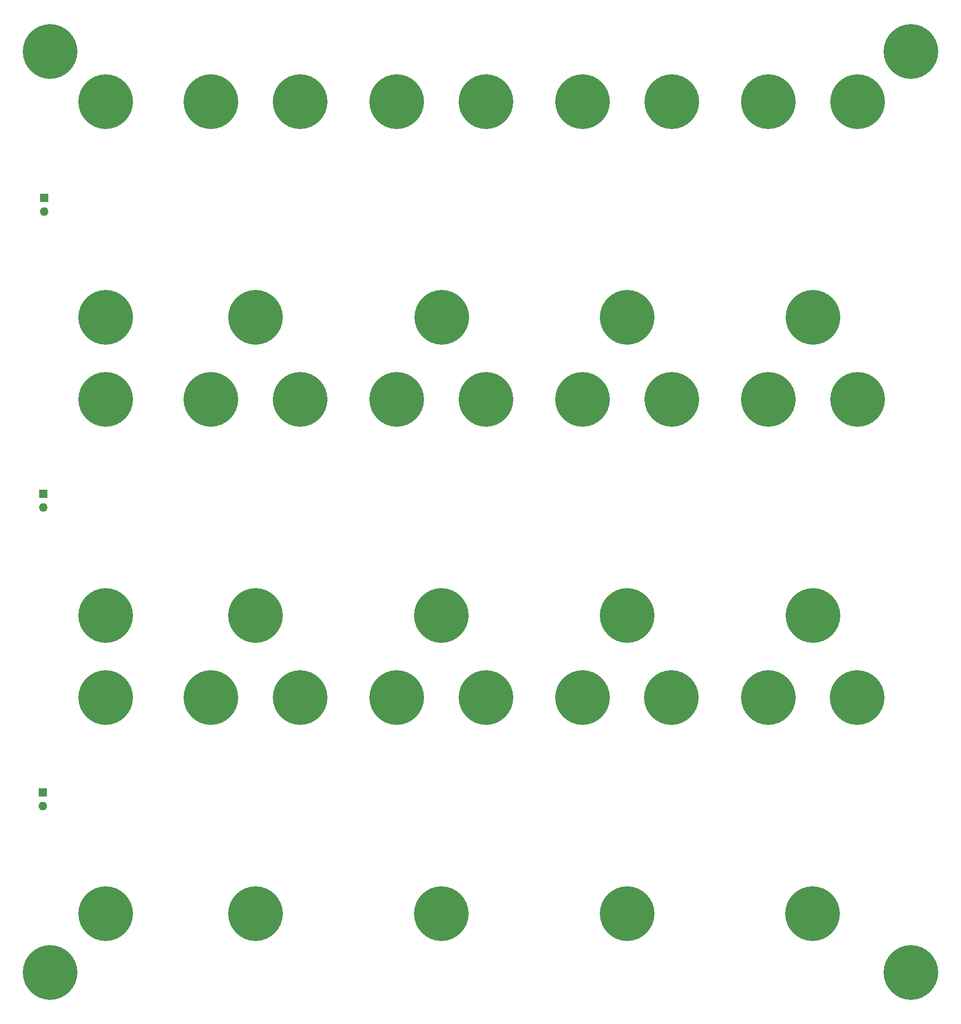
<source format=gbr>
%TF.GenerationSoftware,KiCad,Pcbnew,(5.1.9)-1*%
%TF.CreationDate,2021-07-24T23:41:22+02:00*%
%TF.ProjectId,RelayControls-HPK,52656c61-7943-46f6-9e74-726f6c732d48,V0.1*%
%TF.SameCoordinates,Original*%
%TF.FileFunction,Soldermask,Bot*%
%TF.FilePolarity,Negative*%
%FSLAX46Y46*%
G04 Gerber Fmt 4.6, Leading zero omitted, Abs format (unit mm)*
G04 Created by KiCad (PCBNEW (5.1.9)-1) date 2021-07-24 23:41:22*
%MOMM*%
%LPD*%
G01*
G04 APERTURE LIST*
%ADD10R,1.600000X1.600000*%
%ADD11O,1.600000X1.600000*%
%ADD12C,10.160000*%
G04 APERTURE END LIST*
D10*
%TO.C,D2*%
X26850000Y-56200000D03*
D11*
X26850000Y-58740000D03*
%TD*%
%TO.C,D4*%
X26743629Y-113665000D03*
D10*
X26743629Y-111125000D03*
%TD*%
%TO.C,D6*%
X26638629Y-166600000D03*
D11*
X26638629Y-169140000D03*
%TD*%
D12*
%TO.C,RED*%
X28000000Y-29000000D03*
%TD*%
%TO.C,BLACK*%
X188000000Y-200000000D03*
%TD*%
%TO.C,BLACK*%
X38300000Y-78350000D03*
%TD*%
%TO.C,BLACK*%
X66200000Y-78350000D03*
%TD*%
%TO.C,BLACK*%
X135250000Y-78375000D03*
%TD*%
%TO.C,BLACK*%
X100750000Y-78350000D03*
%TD*%
%TO.C,BLACK*%
X169775000Y-78375000D03*
%TD*%
%TO.C,RED*%
X38300000Y-38350000D03*
%TD*%
%TO.C,BLACK*%
X74475000Y-38350000D03*
%TD*%
%TO.C,BLACK*%
X57900000Y-38350000D03*
%TD*%
%TO.C,BLACK*%
X143525000Y-38355000D03*
%TD*%
%TO.C,BLACK*%
X126970000Y-38355000D03*
%TD*%
%TO.C,BLACK*%
X109040000Y-38355000D03*
%TD*%
%TO.C,BLACK*%
X92445000Y-38355000D03*
%TD*%
%TO.C,BLACK*%
X178070000Y-38350000D03*
%TD*%
%TO.C,BLACK*%
X161495000Y-38350000D03*
%TD*%
%TO.C,BLACK*%
X38275000Y-133750000D03*
%TD*%
%TO.C,BLACK*%
X135252500Y-133750000D03*
%TD*%
%TO.C,BLACK*%
X66182500Y-133750000D03*
%TD*%
%TO.C,BLACK*%
X100700000Y-133750000D03*
%TD*%
%TO.C,BLACK*%
X169777500Y-133750000D03*
%TD*%
%TO.C,RED*%
X38300000Y-93645000D03*
%TD*%
%TO.C,BLACK*%
X143525000Y-93645000D03*
%TD*%
%TO.C,BLACK*%
X126970000Y-93645000D03*
%TD*%
%TO.C,BLACK*%
X74475000Y-93645000D03*
%TD*%
%TO.C,BLACK*%
X57900000Y-93645000D03*
%TD*%
%TO.C,BLACK*%
X109000000Y-93645000D03*
%TD*%
%TO.C,BLACK*%
X92425000Y-93645000D03*
%TD*%
%TO.C,BLACK*%
X178070000Y-93645000D03*
%TD*%
%TO.C,BLACK*%
X161495000Y-93645000D03*
%TD*%
%TO.C,BLACK*%
X38275000Y-189155000D03*
%TD*%
%TO.C,BLACK*%
X135227500Y-189155000D03*
%TD*%
%TO.C,BLACK*%
X66157500Y-189155000D03*
%TD*%
%TO.C,BLACK*%
X100682500Y-189155000D03*
%TD*%
%TO.C,BLACK*%
X169752500Y-189155000D03*
%TD*%
%TO.C,RED*%
X38275000Y-149025000D03*
%TD*%
%TO.C,BLACK*%
X143500000Y-149025000D03*
%TD*%
%TO.C,BLACK*%
X126945000Y-149025000D03*
%TD*%
%TO.C,BLACK*%
X74450000Y-149025000D03*
%TD*%
%TO.C,BLACK*%
X57875000Y-149025000D03*
%TD*%
%TO.C,BLACK*%
X108975000Y-149000000D03*
%TD*%
%TO.C,BLACK*%
X92400000Y-149025000D03*
%TD*%
%TO.C,BLACK*%
X178045000Y-149025000D03*
%TD*%
%TO.C,BLACK*%
X161470000Y-149025000D03*
%TD*%
%TO.C,RED*%
X188000000Y-29000000D03*
%TD*%
%TO.C,BLACK*%
X28000000Y-200000000D03*
%TD*%
M02*

</source>
